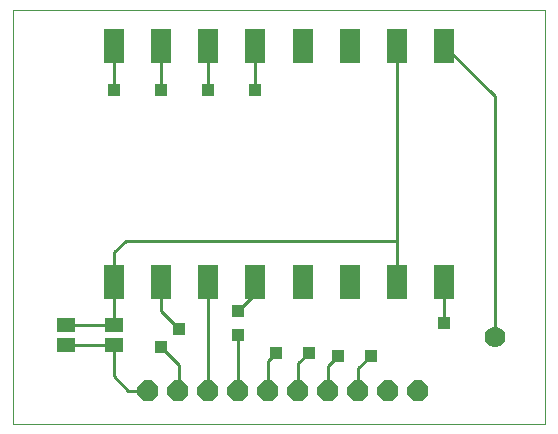
<source format=gtl>
G75*
%MOIN*%
%OFA0B0*%
%FSLAX25Y25*%
%IPPOS*%
%LPD*%
%AMOC8*
5,1,8,0,0,1.08239X$1,22.5*
%
%ADD10C,0.00000*%
%ADD11R,0.05906X0.05118*%
%ADD12C,0.07000*%
%ADD13R,0.07087X0.11811*%
%ADD14OC8,0.07000*%
%ADD15C,0.01000*%
%ADD16R,0.03962X0.03962*%
D10*
X0001000Y0001000D02*
X0001000Y0138795D01*
X0178165Y0138795D01*
X0178165Y0001000D01*
X0001000Y0001000D01*
D11*
X0018717Y0027181D03*
X0018717Y0033874D03*
X0034465Y0033874D03*
X0034465Y0027181D03*
D12*
X0161472Y0030016D03*
D13*
X0144701Y0048244D03*
X0128953Y0048244D03*
X0113205Y0048244D03*
X0097457Y0048244D03*
X0081709Y0048244D03*
X0065961Y0048244D03*
X0050213Y0048244D03*
X0034465Y0048244D03*
X0034465Y0126984D03*
X0050213Y0126984D03*
X0065961Y0126984D03*
X0081709Y0126984D03*
X0097457Y0126984D03*
X0113205Y0126984D03*
X0128953Y0126984D03*
X0144701Y0126984D03*
D14*
X0135882Y0011984D03*
X0125882Y0011984D03*
X0115882Y0011984D03*
X0105882Y0011984D03*
X0095882Y0011984D03*
X0085882Y0011984D03*
X0075882Y0011984D03*
X0065882Y0011984D03*
X0055882Y0011984D03*
X0045882Y0011984D03*
D15*
X0039228Y0011984D01*
X0034465Y0016748D01*
X0034465Y0027181D01*
X0018717Y0027181D01*
X0018717Y0033874D02*
X0034465Y0033874D01*
X0034465Y0048244D01*
X0034465Y0058087D01*
X0038402Y0062024D01*
X0128953Y0062024D01*
X0128953Y0048244D01*
X0144701Y0048244D02*
X0144701Y0034465D01*
X0161472Y0030016D02*
X0161472Y0110213D01*
X0144701Y0126984D01*
X0128953Y0126984D02*
X0128953Y0062024D01*
X0081709Y0048244D02*
X0081709Y0044307D01*
X0075803Y0038402D01*
X0075803Y0030528D02*
X0075803Y0012063D01*
X0075882Y0011984D01*
X0085882Y0011984D02*
X0085882Y0021906D01*
X0088598Y0024622D01*
X0095882Y0021079D02*
X0099425Y0024622D01*
X0095882Y0021079D02*
X0095882Y0011984D01*
X0105882Y0011984D02*
X0105882Y0020252D01*
X0109268Y0023638D01*
X0115882Y0019425D02*
X0120094Y0023638D01*
X0115882Y0019425D02*
X0115882Y0011984D01*
X0065882Y0011984D02*
X0065882Y0048165D01*
X0065961Y0048244D01*
X0050213Y0048244D02*
X0050213Y0038402D01*
X0056118Y0032496D01*
X0050213Y0026591D02*
X0056118Y0020685D01*
X0056118Y0012220D01*
X0055882Y0011984D01*
X0050213Y0112220D02*
X0050213Y0126984D01*
X0065961Y0126984D02*
X0065961Y0112220D01*
X0081709Y0112220D02*
X0081709Y0126984D01*
X0034465Y0126984D02*
X0034465Y0112220D01*
D16*
X0034465Y0112220D03*
X0050213Y0112220D03*
X0065961Y0112220D03*
X0081709Y0112220D03*
X0075803Y0038402D03*
X0075803Y0030528D03*
X0088598Y0024622D03*
X0099425Y0024622D03*
X0109268Y0023638D03*
X0120094Y0023638D03*
X0144701Y0034465D03*
X0056118Y0032496D03*
X0050213Y0026591D03*
M02*

</source>
